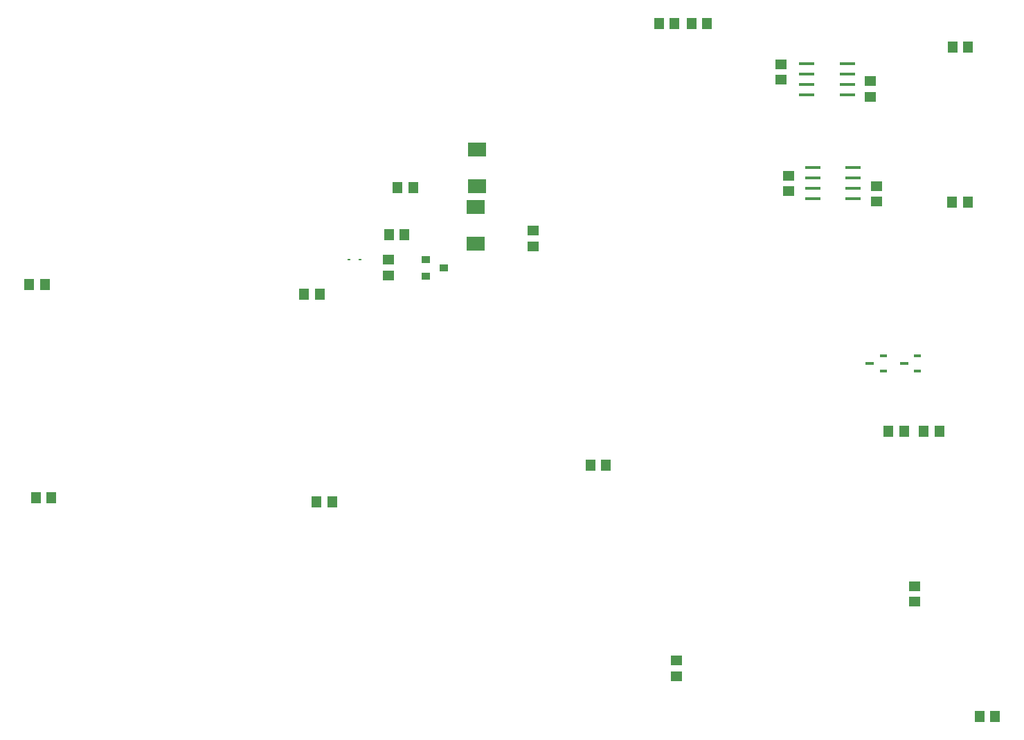
<source format=gbr>
%FSLAX23Y23*%
%MOIN*%
G04 EasyPC Gerber Version 17.0 Build 3379 *
%ADD14R,0.04700X0.05600*%
%ADD102R,0.01400X0.00900*%
%ADD100R,0.03600X0.01600*%
%ADD101R,0.04371X0.01600*%
%ADD98R,0.07400X0.01800*%
%ADD15R,0.04400X0.03600*%
%ADD11R,0.05600X0.04700*%
%ADD99R,0.08655X0.06687*%
X0Y0D02*
D02*
D11*
X2452Y2620D03*
Y2695D03*
X3149Y2761D03*
Y2836D03*
X3838Y690D03*
Y765D03*
X4342Y3563D03*
Y3638D03*
X4377Y3025D03*
Y3100D03*
X4771Y3480D03*
Y3555D03*
X4800Y2975D03*
Y3050D03*
X4986Y1049D03*
Y1124D03*
D02*
D14*
X722Y2576D03*
X753Y1551D03*
X797Y2576D03*
X828Y1551D03*
X2045Y2531D03*
X2106Y1531D03*
X2120Y2531D03*
X2181Y1531D03*
X2454Y2815D03*
X2496Y3043D03*
X2529Y2815D03*
X2571Y3043D03*
X3423Y1708D03*
X3498D03*
X3753Y3834D03*
X3828D03*
X3911D03*
X3986D03*
X4859Y1870D03*
X4934D03*
X5029D03*
X5104D03*
X5166Y2972D03*
X5167Y3720D03*
X5241Y2972D03*
X5242Y3720D03*
X5297Y496D03*
X5372D03*
D02*
D15*
X2630Y2617D03*
Y2697D03*
X2717Y2657D03*
D02*
D98*
X4466Y3491D03*
Y3541D03*
Y3591D03*
Y3641D03*
X4493Y2991D03*
Y3041D03*
Y3091D03*
Y3141D03*
X4660Y3491D03*
Y3541D03*
Y3591D03*
Y3641D03*
X4687Y2991D03*
Y3041D03*
Y3091D03*
Y3141D03*
D02*
D99*
X2872Y2773D03*
Y2950D03*
X2877Y3049D03*
Y3226D03*
D02*
D100*
X4834Y2159D03*
Y2234D03*
X4999Y2159D03*
Y2234D03*
D02*
D101*
X4767Y2196D03*
X4933D03*
D02*
D102*
X2260Y2695D03*
X2315D03*
X0Y0D02*
M02*

</source>
